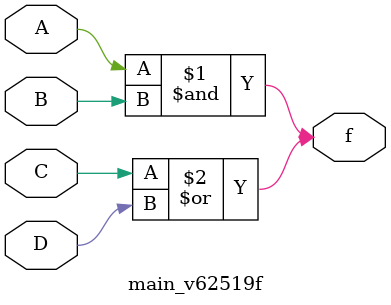
<source format=v>

`default_nettype none

module main (
 output v3886f0,
 output [0:6] vinit
);
 wire w0;
 wire w1;
 wire w2;
 wire w3;
 wire w4;
 assign v3886f0 = w4;
 assign w1 = w0;
 assign w3 = w2;
 main_v62519f v62519f (
  .C(w0),
  .D(w1),
  .A(w2),
  .B(w3),
  .f(w4)
 );
 v21cfcc v1c0224 (
  .v9fb85f(w0)
 );
 v725b7e v0f72ed (
  .v9fb85f(w2)
 );
 assign vinit = 7'b0000000;
endmodule

/*-------------------------------------------------*/
/*--   */
/*-- - - - - - - - - - - - - - - - - - - - - - - --*/
/*-- 
/*-------------------------------------------------*/
//---- Top entity
module v21cfcc (
 output v9fb85f
);
 wire w0;
 assign v9fb85f = w0;
 v21cfcc_vb2eccd vb2eccd (
  .q(w0)
 );
endmodule

/*-------------------------------------------------*/
/*-- 0  */
/*-- - - - - - - - - - - - - - - - - - - - - - - --*/
/*-- Un bit constante a 0
/*-------------------------------------------------*/

module v21cfcc_vb2eccd (
 output q
);
 //-- Bit constante a 0
 assign q = 1'b0;
 
 
endmodule
//---- Top entity
module v725b7e (
 output v9fb85f
);
 wire w0;
 assign v9fb85f = w0;
 v725b7e_vb2eccd vb2eccd (
  .q(w0)
 );
endmodule

/*-------------------------------------------------*/
/*-- 1  */
/*-- - - - - - - - - - - - - - - - - - - - - - - --*/
/*-- Un bit constante a 1
/*-------------------------------------------------*/

module v725b7e_vb2eccd (
 output q
);
 //-- Bit constante a 1
 assign q = 1'b1;
 
 
endmodule

module main_v62519f (
 input A,
 input B,
 input C,
 input D,
 output f
);
 //module uso_wire(A,B,C,D,f);
 //input A,B,C,D;
 //output f;
  wand f;
 
  assign f=(A & B);
  assign f=(C | D);
 //endmodule
 
endmodule

</source>
